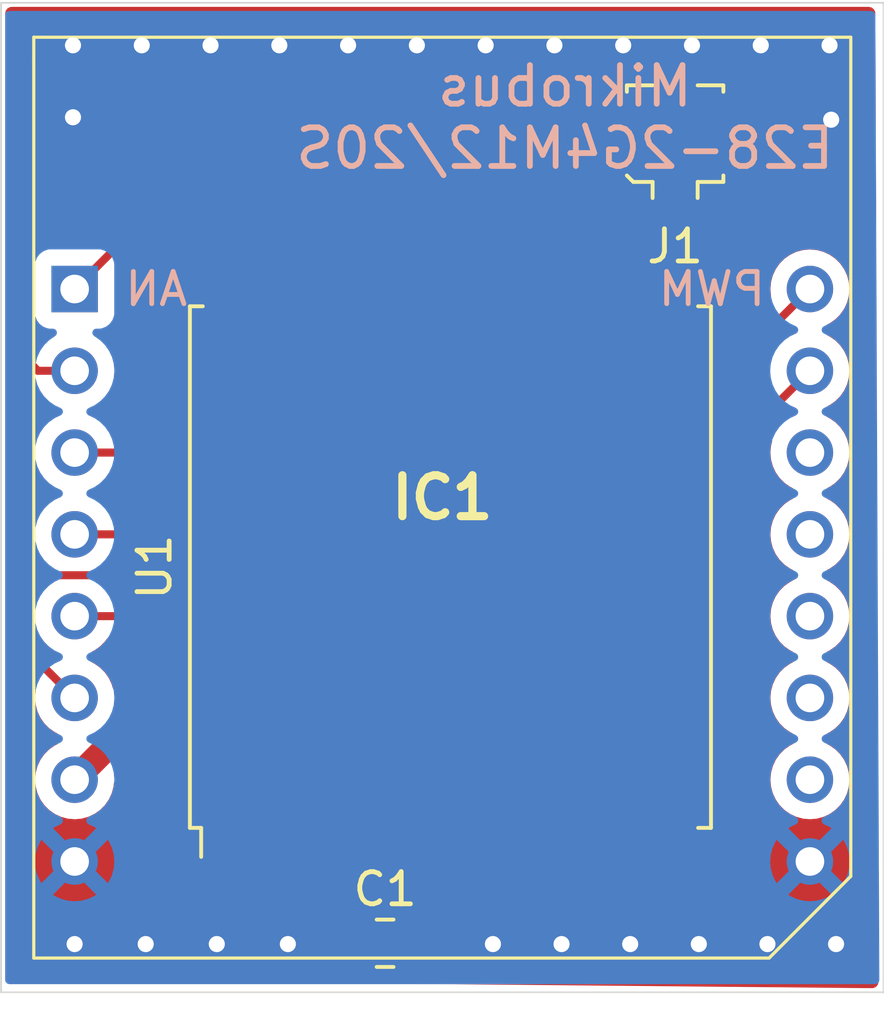
<source format=kicad_pcb>
(kicad_pcb (version 20240108) (generator "pcbnew") (generator_version "8.0")
  (layers (0 "F.Cu" signal) (31 "B.Cu" signal) (34 "B.Paste" user) (35 "F.Paste" user) (36 "B.SilkS" user "B.Silkscreen") (37 "F.SilkS" user "F.Silkscreen") (38 "B.Mask" user) (39 "F.Mask" user) (44 "Edge.Cuts" user))
  (net 0 "")
  (net 1 "GND")
  (net 2 "VCC")
  (net 3 "MISO")
  (net 4 "NSS")
  (net 5 "MOSI")
  (net 6 "SCK")
  (net 7 "RESET")
  (net 8 "BUSY")
  (net 9 "DIO1")
  (net 10 "DIO2")
  (net 11 "DIO3")
  (net 14 "TXOEN")
  (net 18 "Net-(J1-Pad1)")
  (footprint "RF_Module:HOPERF_RFM9XW_SMD" (layer "F.Cu") (at 137.777 83.857 90)
    (property "Reference" "U1" (at 0 -9.2 90) (layer "F.SilkS"))
    (property "Value" "Nice1280_TCXO")
    (fp_line (start 8.1 -8.1) (end 8.1 -7.7) (stroke (width 0.12)) (layer "F.SilkS"))
    (fp_line (start -8.1 -8.1) (end 8.1 -8.1) (stroke (width 0.12)) (layer "F.SilkS"))
    (fp_line (start -8.1 -8.1) (end -8.1 -7.75) (stroke (width 0.12)) (layer "F.SilkS"))
    (fp_line (start -8.1 -7.75) (end -9 -7.75) (stroke (width 0.12)) (layer "F.SilkS"))
    (fp_line (start -8.1 7.7) (end -8.1 8.1) (stroke (width 0.12)) (layer "F.SilkS"))
    (fp_line (start 8.1 8.1) (end 8.1 7.7) (stroke (width 0.12)) (layer "F.SilkS"))
    (fp_line (start -8.1 8.1) (end 8.1 8.1) (stroke (width 0.12)) (layer "F.SilkS"))
    (pad "1" smd rect (at -8 -7 90) (size 2 1) (layers "F.Cu" "F.Paste" "F.Mask") (net 10 "DIO2"))
    (pad "2" smd rect (at -8 -5 90) (size 2 1) (layers "F.Cu" "F.Paste" "F.Mask") (net 11 "DIO3"))
    (pad "3" smd rect (at -8 -3 90) (size 2 1) (layers "F.Cu" "F.Paste" "F.Mask") (net 2 "VCC"))
    (pad "4" smd rect (at -8 -1 90) (size 2 1) (layers "F.Cu" "F.Paste" "F.Mask") (net 1 "GND"))
    (pad "5" smd rect (at -8 1 90) (size 2 1) (layers "F.Cu" "F.Paste" "F.Mask") (net 3 "MISO"))
    (pad "6" smd rect (at -8 3 90) (size 2 1) (layers "F.Cu" "F.Paste" "F.Mask") (net 5 "MOSI"))
    (pad "7" smd rect (at -8 5 90) (size 2 1) (layers "F.Cu" "F.Paste" "F.Mask") (net 6 "SCK"))
    (pad "8" smd rect (at -8 7 90) (size 2 1) (layers "F.Cu" "F.Paste" "F.Mask") (net 4 "NSS"))
    (pad "9" smd rect (at 8 7 90) (size 2 1) (layers "F.Cu" "F.Paste" "F.Mask") (net 18 "Net-(J1-Pad1)"))
    (pad "10" smd rect (at 8 5 90) (size 2 1) (layers "F.Cu" "F.Paste" "F.Mask") (net 1 "GND"))
    (pad "11" smd rect (at 8 3 90) (size 2 1) (layers "F.Cu" "F.Paste" "F.Mask") (net 1 "GND"))
    (pad "12" smd rect (at 8 1 90) (size 2 1) (layers "F.Cu" "F.Paste" "F.Mask") (net 1 "GND"))
    (pad "13" smd rect (at 8 -1 90) (size 2 1) (layers "F.Cu" "F.Paste" "F.Mask") (net 7 "RESET"))
    (pad "14" smd rect (at 8 -3 90) (size 2 1) (layers "F.Cu" "F.Paste" "F.Mask") (net 14 "TXOEN"))
    (pad "15" smd rect (at 8 -5 90) (size 2 1) (layers "F.Cu" "F.Paste" "F.Mask") (net 8 "BUSY"))
    (pad "16" smd rect (at 8 -7 90) (size 2 1) (layers "F.Cu" "F.Paste" "F.Mask") (net 9 "DIO1"))
  )
  (footprint "Capacitor_SMD:C_0805_2012Metric_Pad1.18x1.45mm_HandSolder" (layer "F.Cu") (at 135.745 95.541)
    (property "Reference" "C1" (at 0 -1.68 0) (layer "F.SilkS"))
    (property "Value" "100nF")
    (fp_line (start -0.261252 -0.735) (end 0.261252 -0.735) (stroke (width 0.12)) (layer "F.SilkS"))
    (fp_line (start -0.261252 0.735) (end 0.261252 0.735) (stroke (width 0.12)) (layer "F.SilkS"))
    (pad "1" smd roundrect (at -1.0375 0) (size 1.175 1.45) (layers "F.Cu" "F.Paste" "F.Mask") (roundrect_rratio 0.2127659574) (net 2 "VCC"))
    (pad "2" smd roundrect (at 1.0375 0) (size 1.175 1.45) (layers "F.Cu" "F.Paste" "F.Mask") (roundrect_rratio 0.2127659574) (net 1 "GND"))
  )
  (footprint "Connector_Coaxial:U.FL_Molex_MCRF_73412-0110_Vertical" (layer "F.Cu") (at 144.762 70.395)
    (property "Reference" "J1" (at 0 3.5 0) (layer "F.SilkS"))
    (property "Value" "Conn_Coaxial")
    (fp_line (start -1.5 -1.5) (end -0.7 -1.5) (stroke (width 0.12)) (layer "F.SilkS"))
    (fp_line (start -1.5 -1.3) (end -1.5 -1.5) (stroke (width 0.12)) (layer "F.SilkS"))
    (fp_line (start -1.3 1.5) (end -1.5 1.3) (stroke (width 0.12)) (layer "F.SilkS"))
    (fp_line (start -0.7 1.5) (end -1.3 1.5) (stroke (width 0.12)) (layer "F.SilkS"))
    (fp_line (start -0.7 1.5) (end -0.7 2) (stroke (width 0.12)) (layer "F.SilkS"))
    (fp_line (start 0.7 -1.5) (end 1.5 -1.5) (stroke (width 0.12)) (layer "F.SilkS"))
    (fp_line (start 0.7 1.5) (end 0.7 2) (stroke (width 0.12)) (layer "F.SilkS"))
    (fp_line (start 1.5 -1.5) (end 1.5 -1.3) (stroke (width 0.12)) (layer "F.SilkS"))
    (fp_line (start 1.5 1.3) (end 1.5 1.5) (stroke (width 0.12)) (layer "F.SilkS"))
    (fp_line (start 1.5 1.5) (end 0.7 1.5) (stroke (width 0.12)) (layer "F.SilkS"))
    (pad "1" smd rect (at 0 1.5) (size 1 1) (layers "F.Cu" "F.Paste" "F.Mask") (net 18 "Net-(J1-Pad1)"))
    (pad "2" smd rect (at -1.475 0) (size 1.05 2.2) (layers "F.Cu" "F.Paste" "F.Mask") (net 1 "GND"))
    (pad "2" smd rect (at 0 -1.5) (size 1 1) (layers "F.Cu" "F.Paste" "F.Mask") (net 1 "GND"))
    (pad "2" smd rect (at 1.475 0) (size 1.05 2.2) (layers "F.Cu" "F.Paste" "F.Mask") (net 1 "GND"))
  )
  (footprint "MIKROE-924:MIKROE924" (layer "F.Cu") (at 126.093 75.221)
    (property "Reference" "IC1" (at 11.43 6.48 0) (layer "F.SilkS") (effects (font (size 1.27 1.27) (thickness 0.254))))
    (property "Value" "MIKROE-924" (hide yes))
    (fp_line (start -1.27 -7.82) (end -1.27 -7.16) (stroke (width 0.1)) (layer "F.SilkS"))
    (fp_line (start -1.27 -7.16) (end -1.27 20.78) (stroke (width 0.1)) (layer "F.SilkS"))
    (fp_line (start -1.27 20.78) (end 21.59 20.78) (stroke (width 0.1)) (layer "F.SilkS"))
    (fp_line (start 21.59 20.78) (end 24.13 18.24) (stroke (width 0.1)) (layer "F.SilkS"))
    (fp_line (start 24.13 -7.82) (end -1.27 -7.82) (stroke (width 0.1)) (layer "F.SilkS"))
    (fp_line (start 24.13 18.24) (end 24.13 -7.82) (stroke (width 0.1)) (layer "F.SilkS"))
    (pad "1" thru_hole rect (at 0 0) (size 1.445 1.445) (drill 0.889) (layers "*.Cu" "*.Mask") (net 8 "BUSY"))
    (pad "2" thru_hole circle (at 0 2.54) (size 1.445 1.445) (drill 0.889) (layers "*.Cu" "*.Mask") (net 7 "RESET"))
    (pad "3" thru_hole circle (at 0 5.08) (size 1.445 1.445) (drill 0.889) (layers "*.Cu" "*.Mask") (net 4 "NSS"))
    (pad "4" thru_hole circle (at 0 7.62) (size 1.445 1.445) (drill 0.889) (layers "*.Cu" "*.Mask") (net 6 "SCK"))
    (pad "5" thru_hole circle (at 0 10.16) (size 1.445 1.445) (drill 0.889) (layers "*.Cu" "*.Mask") (net 3 "MISO"))
    (pad "6" thru_hole circle (at 0 12.7) (size 1.445 1.445) (drill 0.889) (layers "*.Cu" "*.Mask") (net 5 "MOSI"))
    (pad "7" thru_hole circle (at 0 15.24) (size 1.445 1.445) (drill 0.889) (layers "*.Cu" "*.Mask") (net 2 "VCC"))
    (pad "8" thru_hole circle (at 0 17.78) (size 1.445 1.445) (drill 0.889) (layers "*.Cu" "*.Mask") (net 1 "GND"))
    (pad "9" thru_hole circle (at 22.86 0) (size 1.445 1.445) (drill 0.889) (layers "*.Cu" "*.Mask") (net 14 "TXOEN"))
    (pad "10" thru_hole circle (at 22.86 2.54) (size 1.445 1.445) (drill 0.889) (layers "*.Cu" "*.Mask") (net 9 "DIO1"))
    (pad "11" thru_hole circle (at 22.86 5.08) (size 1.445 1.445) (drill 0.889) (layers "*.Cu" "*.Mask"))
    (pad "12" thru_hole circle (at 22.86 7.62) (size 1.445 1.445) (drill 0.889) (layers "*.Cu" "*.Mask"))
    (pad "13" thru_hole circle (at 22.86 10.16) (size 1.445 1.445) (drill 0.889) (layers "*.Cu" "*.Mask"))
    (pad "14" thru_hole circle (at 22.86 12.7) (size 1.445 1.445) (drill 0.889) (layers "*.Cu" "*.Mask"))
    (pad "15" thru_hole circle (at 22.86 15.24) (size 1.445 1.445) (drill 0.889) (layers "*.Cu" "*.Mask"))
    (pad "16" thru_hole circle (at 22.86 17.78) (size 1.445 1.445) (drill 0.889) (layers "*.Cu" "*.Mask") (net 1 "GND"))
  )
  (gr_line (start 151.239 66.331) (end 123.807 66.331) (stroke (width 0.05)) (layer "Edge.Cuts"))
  (gr_line (start 151.239 97.065) (end 151.239 66.331) (stroke (width 0.05)) (layer "Edge.Cuts"))
  (gr_line (start 123.807 66.331) (end 123.807 97.065) (stroke (width 0.05)) (layer "Edge.Cuts"))
  (gr_line (start 123.807 97.065) (end 151.239 97.065) (stroke (width 0.05)) (layer "Edge.Cuts"))
  (gr_text "Mikrobus\nE28-2G4M12/20S" (at 141.333 69.887 0) (layer "B.SilkS") (effects (font (size 1.2 1.2) (thickness 0.18)) (justify mirror)))
  (gr_text "PWM" (at 145.905 75.221 0) (layer "B.SilkS") (effects (font (size 1 1)) (justify mirror)))
  (gr_text "AN" (at 128.633 75.221 0) (layer "B.SilkS") (effects (font (size 1 1)) (justify mirror)))
  (segment (start 136.777 95.5355) (end 136.7825 95.541) (width 0.8) (layer "F.Cu") (net 1))
  (segment (start 143.287 70.395) (end 143.287 70.37) (width 0.8) (layer "F.Cu") (net 1))
  (segment (start 144.762 68.895) (end 144.762 68.92) (width 0.8) (layer "F.Cu") (net 1))
  (via (at 132.7224 95.5664) (size 0.8) (drill 0.5) (layers "F.Cu" "B.Cu") (net 1))
  (via (at 134.595072 67.6518) (size 0.8) (drill 0.5) (layers "F.Cu" "B.Cu") (net 1))
  (via (at 126.093 95.5664) (size 0.8) (drill 0.5) (layers "F.Cu" "B.Cu") (net 1))
  (via (at 145.286162 67.6518) (size 0.8) (drill 0.5) (layers "F.Cu" "B.Cu") (net 1))
  (via (at 130.318636 67.6518) (size 0.8) (drill 0.5) (layers "F.Cu" "B.Cu") (net 1))
  (via (at 139.0978 95.5664) (size 0.8) (drill 0.5) (layers "F.Cu" "B.Cu") (net 1))
  (via (at 143.147944 67.6518) (size 0.8) (drill 0.5) (layers "F.Cu" "B.Cu") (net 1))
  (via (at 147.6322 95.5664) (size 0.8) (drill 0.5) (layers "F.Cu" "B.Cu") (net 1))
  (via (at 147.42438 67.6518) (size 0.8) (drill 0.5) (layers "F.Cu" "B.Cu") (net 1))
  (via (at 149.6134 69.9632) (size 0.8) (drill 0.5) (layers "F.Cu" "B.Cu") (net 1))
  (via (at 141.2314 95.5664) (size 0.8) (drill 0.5) (layers "F.Cu" "B.Cu") (net 1))
  (via (at 130.5126 95.5664) (size 0.8) (drill 0.5) (layers "F.Cu" "B.Cu") (net 1))
  (via (at 126.0422 67.6518) (size 0.8) (drill 0.5) (layers "F.Cu" "B.Cu") (net 1))
  (via (at 136.73329 67.6518) (size 0.8) (drill 0.5) (layers "F.Cu" "B.Cu") (net 1))
  (via (at 149.5626 67.6518) (size 0.8) (drill 0.5) (layers "F.Cu" "B.Cu") (net 1))
  (via (at 149.7658 95.5664) (size 0.8) (drill 0.5) (layers "F.Cu" "B.Cu") (net 1))
  (via (at 128.180418 67.6518) (size 0.8) (drill 0.5) (layers "F.Cu" "B.Cu") (net 1))
  (via (at 128.3028 95.5664) (size 0.8) (drill 0.5) (layers "F.Cu" "B.Cu") (net 1))
  (via (at 126.0422 69.887) (size 0.8) (drill 0.5) (layers "F.Cu" "B.Cu") (net 1))
  (via (at 141.009726 67.6518) (size 0.8) (drill 0.5) (layers "F.Cu" "B.Cu") (net 1))
  (via (at 145.4986 95.5664) (size 0.8) (drill 0.5) (layers "F.Cu" "B.Cu") (net 1))
  (via (at 132.456854 67.6518) (size 0.8) (drill 0.5) (layers "F.Cu" "B.Cu") (net 1))
  (via (at 143.365 95.5664) (size 0.8) (drill 0.5) (layers "F.Cu" "B.Cu") (net 1))
  (via (at 138.871508 67.6518) (size 0.8) (drill 0.5) (layers "F.Cu" "B.Cu") (net 1))
  (segment (start 126.093 90.461) (end 128.633 87.921) (width 0.8) (layer "F.Cu") (net 2))
  (segment (start 134.777 95.4715) (end 134.7075 95.541) (width 0.8) (layer "F.Cu") (net 2))
  (segment (start 132.641 87.921) (end 134.777 90.057) (width 0.8) (layer "F.Cu") (net 2))
  (segment (start 128.633 87.921) (end 132.641 87.921) (width 0.8) (layer "F.Cu") (net 2))
  (segment (start 134.777 91.857) (end 134.777 95.4715) (width 0.8) (layer "F.Cu") (net 2))
  (segment (start 134.777 90.057) (end 134.777 91.857) (width 0.8) (layer "F.Cu") (net 2))
  (segment (start 126.093 85.381) (end 136.507 85.381) (width 0.25) (layer "F.Cu") (net 3))
  (segment (start 136.507 85.381) (end 138.777 87.651) (width 0.25) (layer "F.Cu") (net 3))
  (segment (start 138.777 87.651) (end 138.777 91.857) (width 0.25) (layer "F.Cu") (net 3))
  (segment (start 141.46 80.301) (end 144.777 83.618) (width 0.25) (layer "F.Cu") (net 4))
  (segment (start 126.093 80.301) (end 141.46 80.301) (width 0.25) (layer "F.Cu") (net 4))
  (segment (start 144.777 83.618) (end 144.777 91.857) (width 0.25) (layer "F.Cu") (net 4))
  (segment (start 139.174 84.111) (end 140.777 85.714) (width 0.25) (layer "F.Cu") (net 5))
  (segment (start 124.442 84.492) (end 124.823 84.111) (width 0.25) (layer "F.Cu") (net 5))
  (segment (start 124.823 84.111) (end 139.174 84.111) (width 0.25) (layer "F.Cu") (net 5))
  (segment (start 140.777 85.714) (end 140.777 91.857) (width 0.25) (layer "F.Cu") (net 5))
  (segment (start 124.442 86.27) (end 124.442 84.492) (width 0.25) (layer "F.Cu") (net 5))
  (segment (start 126.093 87.921) (end 124.442 86.27) (width 0.25) (layer "F.Cu") (net 5))
  (segment (start 142.777 85.682) (end 142.777 91.857) (width 0.25) (layer "F.Cu") (net 6))
  (segment (start 139.936 82.841) (end 142.777 85.682) (width 0.25) (layer "F.Cu") (net 6))
  (segment (start 126.093 82.841) (end 139.936 82.841) (width 0.25) (layer "F.Cu") (net 6))
  (segment (start 124.442 73.697) (end 125.52652 72.61248) (width 0.25) (layer "F.Cu") (net 7))
  (segment (start 126.093 77.761) (end 124.95 77.761) (width 0.25) (layer "F.Cu") (net 7))
  (segment (start 136.777 74.475) (end 136.777 75.857) (width 0.25) (layer "F.Cu") (net 7))
  (segment (start 124.442 77.253) (end 124.442 73.697) (width 0.25) (layer "F.Cu") (net 7))
  (segment (start 124.95 77.761) (end 124.442 77.253) (width 0.25) (layer "F.Cu") (net 7))
  (segment (start 134.91448 72.61248) (end 136.777 74.475) (width 0.25) (layer "F.Cu") (net 7))
  (segment (start 125.52652 72.61248) (end 134.91448 72.61248) (width 0.25) (layer "F.Cu") (net 7))
  (segment (start 132.824 73.824) (end 132.777 73.871) (width 0.25) (layer "F.Cu") (net 8))
  (segment (start 126.093 75.221) (end 127.744 73.57) (width 0.25) (layer "F.Cu") (net 8))
  (segment (start 127.744 73.57) (end 132.57 73.57) (width 0.25) (layer "F.Cu") (net 8))
  (segment (start 132.57 73.57) (end 132.824 73.824) (width 0.25) (layer "F.Cu") (net 8))
  (segment (start 132.777 73.871) (end 132.777 75.857) (width 0.25) (layer "F.Cu") (net 8))
  (segment (start 130.777 78.254) (end 131.62252 79.09952) (width 0.25) (layer "F.Cu") (net 9))
  (segment (start 130.777 75.857) (end 130.777 78.254) (width 0.25) (layer "F.Cu") (net 9))
  (segment (start 131.62252 79.09952) (end 147.61448 79.09952) (width 0.25) (layer "F.Cu") (net 9))
  (segment (start 147.61448 79.09952) (end 148.953 77.761) (width 0.25) (layer "F.Cu") (net 9))
  (segment (start 146.159 78.015) (end 148.953 75.221) (width 0.25) (layer "F.Cu") (net 14))
  (segment (start 134.777 75.857) (end 134.777 76.92) (width 0.25) (layer "F.Cu") (net 14))
  (segment (start 134.777 76.92) (end 135.872 78.015) (width 0.25) (layer "F.Cu") (net 14))
  (segment (start 135.872 78.015) (end 146.159 78.015) (width 0.25) (layer "F.Cu") (net 14))
  (segment (start 144.777 71.91) (end 144.762 71.895) (width 0.25) (layer "F.Cu") (net 18))
  (segment (start 144.777 75.857) (end 144.777 71.91) (width 0.5) (layer "F.Cu") (net 18))
  (zone (net 0) (net_name "") (layer "F.Cu") (name "sous") (connect_pads (clearance 0)) (min_thickness 0.254)
    (keepout (tracks allowed) (vias allowed) (pads allowed) (copperpour not_allowed) (footprints allowed))
    (fill (thermal_gap 0.508) (thermal_bridge_width 0.508))
    (polygon (pts (xy 145.6764 71.157) (xy 143.8476 71.157) (xy 143.8222 69.4044) (xy 145.651 69.4044)))
  )
  (zone (net 1) (net_name "GND") (layer "F.Cu") (connect_pads yes (clearance 0.5)) (min_thickness 0.4) (fill yes (thermal_gap 0.5) (thermal_bridge_width 0.5))
    (polygon (pts (xy 151.0866 96.938) (xy 124.061 96.684) (xy 123.934 66.458) (xy 150.985 66.458)))
  )
  (zone (net 1) (net_name "GND") (layer "B.Cu") (connect_pads (clearance 0.508)) (min_thickness 0.254) (fill yes (thermal_gap 0.508) (thermal_bridge_width 0.508))
    (polygon (pts (xy 151.112 96.811) (xy 123.934 96.811) (xy 123.934 66.585) (xy 150.985 66.585)))
  )
)
</source>
